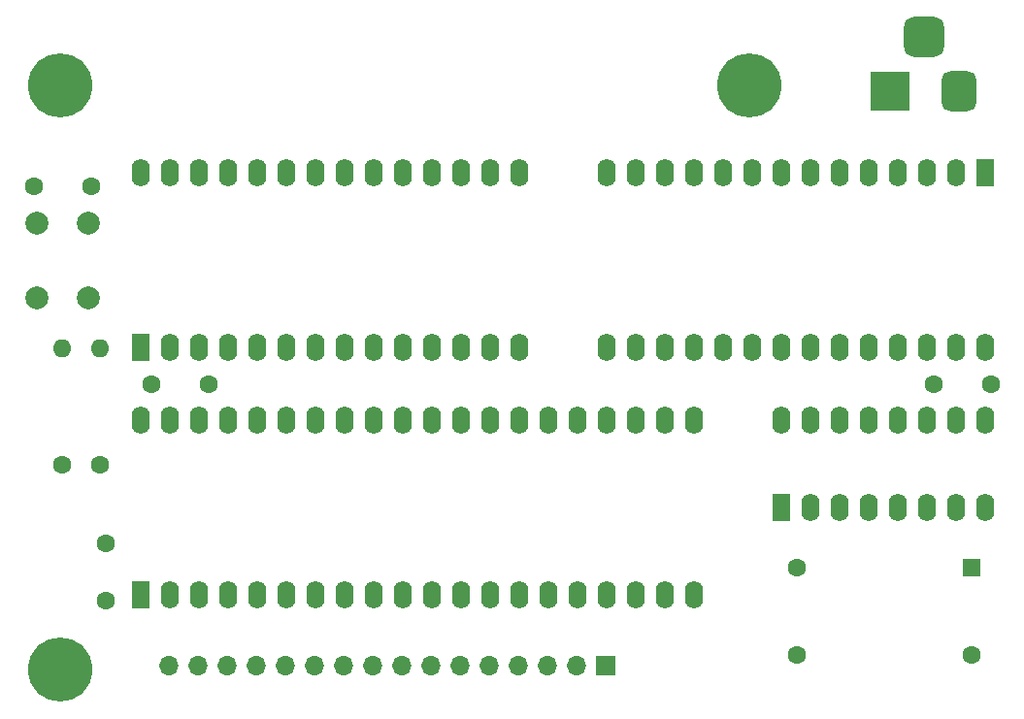
<source format=gbr>
%TF.GenerationSoftware,KiCad,Pcbnew,7.0.7*%
%TF.CreationDate,2023-09-04T17:24:35+02:00*%
%TF.ProjectId,6507,36353037-2e6b-4696-9361-645f70636258,rev?*%
%TF.SameCoordinates,Original*%
%TF.FileFunction,Soldermask,Top*%
%TF.FilePolarity,Negative*%
%FSLAX46Y46*%
G04 Gerber Fmt 4.6, Leading zero omitted, Abs format (unit mm)*
G04 Created by KiCad (PCBNEW 7.0.7) date 2023-09-04 17:24:35*
%MOMM*%
%LPD*%
G01*
G04 APERTURE LIST*
G04 Aperture macros list*
%AMRoundRect*
0 Rectangle with rounded corners*
0 $1 Rounding radius*
0 $2 $3 $4 $5 $6 $7 $8 $9 X,Y pos of 4 corners*
0 Add a 4 corners polygon primitive as box body*
4,1,4,$2,$3,$4,$5,$6,$7,$8,$9,$2,$3,0*
0 Add four circle primitives for the rounded corners*
1,1,$1+$1,$2,$3*
1,1,$1+$1,$4,$5*
1,1,$1+$1,$6,$7*
1,1,$1+$1,$8,$9*
0 Add four rect primitives between the rounded corners*
20,1,$1+$1,$2,$3,$4,$5,0*
20,1,$1+$1,$4,$5,$6,$7,0*
20,1,$1+$1,$6,$7,$8,$9,0*
20,1,$1+$1,$8,$9,$2,$3,0*%
G04 Aperture macros list end*
%ADD10C,5.600000*%
%ADD11R,1.700000X1.700000*%
%ADD12O,1.700000X1.700000*%
%ADD13O,1.600000X2.400000*%
%ADD14R,1.600000X2.400000*%
%ADD15R,1.600000X1.600000*%
%ADD16C,1.600000*%
%ADD17C,2.000000*%
%ADD18O,1.600000X1.600000*%
%ADD19R,3.500000X3.500000*%
%ADD20RoundRect,0.750000X0.750000X1.000000X-0.750000X1.000000X-0.750000X-1.000000X0.750000X-1.000000X0*%
%ADD21RoundRect,0.875000X0.875000X0.875000X-0.875000X0.875000X-0.875000X-0.875000X0.875000X-0.875000X0*%
G04 APERTURE END LIST*
D10*
%TO.C,REF\u002A\u002A*%
X158496000Y-78740000D03*
%TD*%
%TO.C,REF\u002A\u002A*%
X98400000Y-78740000D03*
%TD*%
%TO.C,REF\u002A\u002A*%
X98400000Y-129700000D03*
%TD*%
D11*
%TO.C,J2*%
X146040000Y-129300000D03*
D12*
X143500000Y-129300000D03*
X140960000Y-129300000D03*
X138420000Y-129300000D03*
X135880000Y-129300000D03*
X133340000Y-129300000D03*
X130800000Y-129300000D03*
X128260000Y-129300000D03*
X125720000Y-129300000D03*
X123180000Y-129300000D03*
X120640000Y-129300000D03*
X118100000Y-129300000D03*
X115560000Y-129300000D03*
X113020000Y-129300000D03*
X110480000Y-129300000D03*
X107940000Y-129300000D03*
%TD*%
D13*
%TO.C,U3*%
X105410000Y-107950000D03*
X107950000Y-107950000D03*
X110490000Y-107950000D03*
X113030000Y-107950000D03*
X115570000Y-107950000D03*
X118110000Y-107950000D03*
X120650000Y-107950000D03*
X123190000Y-107950000D03*
X125730000Y-107950000D03*
X128270000Y-107950000D03*
X130810000Y-107950000D03*
X133350000Y-107950000D03*
X135890000Y-107950000D03*
X138430000Y-107950000D03*
X140970000Y-107950000D03*
X143510000Y-107950000D03*
X146050000Y-107950000D03*
X148590000Y-107950000D03*
X151130000Y-107950000D03*
X153670000Y-107950000D03*
X153670000Y-123190000D03*
X151130000Y-123190000D03*
X148590000Y-123190000D03*
X146050000Y-123190000D03*
X143510000Y-123190000D03*
X140970000Y-123190000D03*
X138430000Y-123190000D03*
X135890000Y-123190000D03*
X133350000Y-123190000D03*
X130810000Y-123190000D03*
X128270000Y-123190000D03*
X125730000Y-123190000D03*
X123190000Y-123190000D03*
X120650000Y-123190000D03*
X118110000Y-123190000D03*
X115570000Y-123190000D03*
X113030000Y-123190000D03*
X110490000Y-123190000D03*
X107950000Y-123190000D03*
D14*
X105410000Y-123190000D03*
%TD*%
D13*
%TO.C,U2*%
X179070000Y-101600000D03*
X176530000Y-101600000D03*
X173990000Y-101600000D03*
X171450000Y-101600000D03*
X168910000Y-101600000D03*
X166370000Y-101600000D03*
X163830000Y-101600000D03*
X161290000Y-101600000D03*
X158750000Y-101600000D03*
X156210000Y-101600000D03*
X153670000Y-101600000D03*
X151130000Y-101600000D03*
X148590000Y-101600000D03*
X146050000Y-101600000D03*
X146050000Y-86360000D03*
X148590000Y-86360000D03*
X151130000Y-86360000D03*
X153670000Y-86360000D03*
X156210000Y-86360000D03*
X158750000Y-86360000D03*
X161290000Y-86360000D03*
X163830000Y-86360000D03*
X166370000Y-86360000D03*
X168910000Y-86360000D03*
X171450000Y-86360000D03*
X173990000Y-86360000D03*
X176530000Y-86360000D03*
D14*
X179070000Y-86360000D03*
%TD*%
D13*
%TO.C,U1*%
X105410000Y-86360000D03*
X107950000Y-86360000D03*
X110490000Y-86360000D03*
X113030000Y-86360000D03*
X115570000Y-86360000D03*
X118110000Y-86360000D03*
X120650000Y-86360000D03*
X123190000Y-86360000D03*
X125730000Y-86360000D03*
X128270000Y-86360000D03*
X130810000Y-86360000D03*
X133350000Y-86360000D03*
X135890000Y-86360000D03*
X138430000Y-86360000D03*
X138430000Y-101600000D03*
X135890000Y-101600000D03*
X133350000Y-101600000D03*
X130810000Y-101600000D03*
X128270000Y-101600000D03*
X125730000Y-101600000D03*
X123190000Y-101600000D03*
X120650000Y-101600000D03*
X118110000Y-101600000D03*
X115570000Y-101600000D03*
X113030000Y-101600000D03*
X110490000Y-101600000D03*
X107950000Y-101600000D03*
D14*
X105410000Y-101600000D03*
%TD*%
%TO.C,U4*%
X161290000Y-115570000D03*
D13*
X163830000Y-115570000D03*
X166370000Y-115570000D03*
X168910000Y-115570000D03*
X171450000Y-115570000D03*
X173990000Y-115570000D03*
X176530000Y-115570000D03*
X179070000Y-115570000D03*
X179070000Y-107950000D03*
X176530000Y-107950000D03*
X173990000Y-107950000D03*
X171450000Y-107950000D03*
X168910000Y-107950000D03*
X166370000Y-107950000D03*
X163830000Y-107950000D03*
X161290000Y-107950000D03*
%TD*%
D15*
%TO.C,X1*%
X177920000Y-120790000D03*
D16*
X162680000Y-120790000D03*
X162680000Y-128410000D03*
X177920000Y-128410000D03*
%TD*%
D17*
%TO.C,SW1*%
X96350000Y-90750000D03*
X96350000Y-97250000D03*
X100850000Y-97250000D03*
X100850000Y-90750000D03*
%TD*%
D16*
%TO.C,R2*%
X98600000Y-111780000D03*
D18*
X98600000Y-101620000D03*
%TD*%
%TO.C,R1*%
X101900000Y-101620000D03*
D16*
X101900000Y-111780000D03*
%TD*%
D19*
%TO.C,J1*%
X170784000Y-79189500D03*
D20*
X176784000Y-79189500D03*
D21*
X173784000Y-74489500D03*
%TD*%
D16*
%TO.C,C4*%
X102400000Y-123700000D03*
X102400000Y-118700000D03*
%TD*%
%TO.C,C3*%
X179600000Y-104800000D03*
X174600000Y-104800000D03*
%TD*%
%TO.C,C2*%
X111400000Y-104800000D03*
X106400000Y-104800000D03*
%TD*%
%TO.C,C1*%
X96100000Y-87500000D03*
X101100000Y-87500000D03*
%TD*%
M02*

</source>
